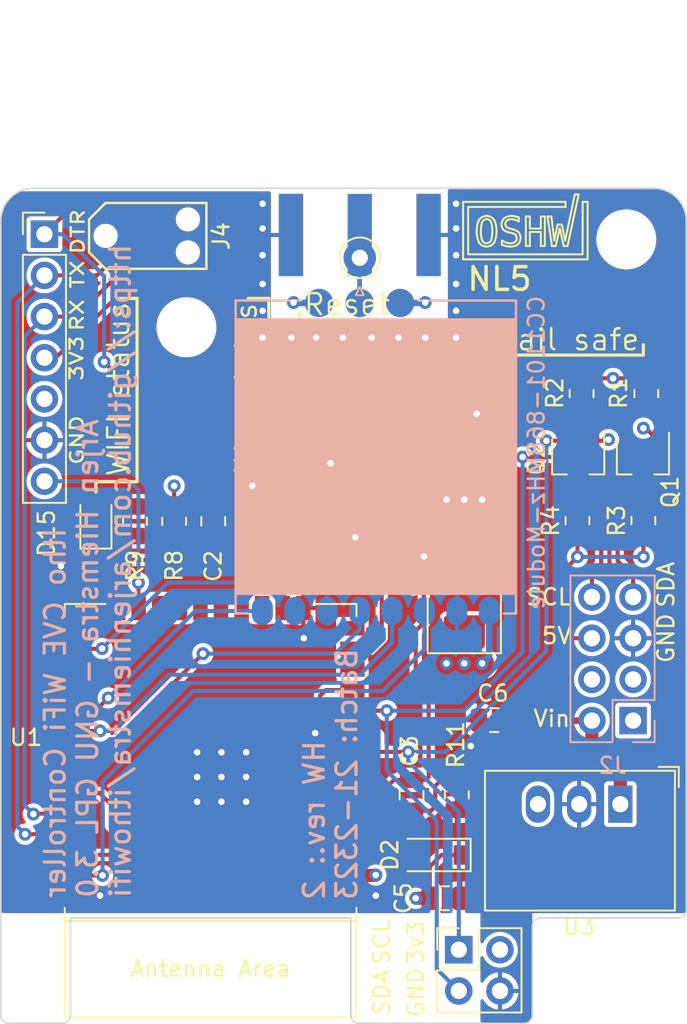
<source format=kicad_pcb>
(kicad_pcb (version 20221018) (generator pcbnew)
  (layers (0 "F.Cu" signal) (1 "In1.Cu" power "3V3") (2 "In2.Cu" power "GND") (31 "B.Cu" signal) (34 "B.Paste" user) (35 "F.Paste" user) (36 "B.SilkS" user "B.Silkscreen") (37 "F.SilkS" user "F.Silkscreen") (38 "B.Mask" user) (39 "F.Mask" user) (44 "Edge.Cuts" user))
  (net 0 "")
  (net 1 "GND")
  (net 2 "+5V")
  (net 3 "+3V3")
  (net 4 "SDA")
  (net 5 "SCL")
  (net 6 "D0")
  (net 7 "D23_MOSI")
  (net 8 "D19_MISO")
  (net 9 "D18_SCK")
  (net 10 "D5_SS")
  (net 11 "D4_IRQ")
  (net 12 "Net-(D2-A)")
  (net 13 "D0{slash}RX0")
  (net 14 "D1{slash}TX0")
  (net 15 "Net-(U1-IO14)")
  (net 19 "SDA_L")
  (net 20 "SCL_L")
  (net 22 "+15V")
  (net 24 "Net-(C3-Pad1)")
  (net 26 "D15")
  (net 27 "D13")
  (net 28 "D17")
  (net 40 "Net-(J3-In)")
  (net 41 "Net-(LED1-A)")
  (net 42 "Net-(LED2-A)")
  (footprint "Package_TO_SOT_SMD:SOT-23W" (layer "F.Cu") (at 118.6586 121.539 -90)
    (fp_text reference "Q2")
    (fp_text value "BSS138")
  )
  (footprint "Resistor_SMD:R_0805_2012Metric" (layer "F.Cu") (at 118.872 117.6244 -90)
    (fp_text reference "R2")
    (fp_text value "R10K" hide)
  )
  (footprint "Connector_PinHeader_2.54mm:PinHeader_1x07_P2.54mm_Vertical" (layer "F.Cu") (at 85.725 107.7976)
    (fp_text reference "J1" hide)
    (fp_text value "CONN_01X07" hide)
  )
  (footprint "nrg_watch:ESP32-WROOM-32E" (layer "F.Cu") (at 95.9776 141.6036 180)
    (fp_text reference "U1")
    (fp_text value "ESP32-WROOM")
  )
  (footprint "Resistor_SMD:R_0805_2012Metric" (layer "F.Cu") (at 91.313 125.5014 -90)
    (fp_text reference "R9")
    (fp_text value "R100" hide)
  )
  (footprint "Resistor_SMD:R_0805_2012Metric" (layer "F.Cu") (at 106.536 125.51 -90)
    (fp_text reference "R10")
    (fp_text value "R10K" hide)
  )
  (footprint "Resistor_SMD:R_0805_2012Metric" (layer "F.Cu") (at 118.618 125.461 -90)
    (fp_text reference "R4")
    (fp_text value "R10K" hide)
  )
  (footprint "MountingHole:MountingHole_2.5mm" (layer "F.Cu") (at 94.488 113.538)
    (fp_text reference "H2" hide)
    (fp_text value "MountingHole" hide)
  )
  (footprint "LED_SMD:LED_0805_2012Metric" (layer "F.Cu") (at 88.9 125.5014 90)
    (fp_text reference "LED1" hide)
    (fp_text value "WIFI status")
  )
  (footprint "Connector_PinHeader_2.54mm:PinHeader_2x02_P2.54mm_Vertical" (layer "F.Cu") (at 111.292 151.928)
    (fp_text reference "J5" hide)
    (fp_text value "Conn_02x02_Odd_Even" hide)
  )
  (footprint "nrg_watch:TC2020-MCP-NL" (layer "F.Cu") (at 92.036 107.9014 90)
    (fp_text reference "J4")
    (fp_text value "TC2030-MCP-NL" hide)
  )
  (footprint "nrg_watch:TS-1187" (layer "F.Cu") (at 110.5404 118.872 -90)
    (fp_text reference "SW1" hide)
    (fp_text value "Fail safe")
  )
  (footprint "Capacitor_SMD:C_0805_2012Metric" (layer "F.Cu") (at 113.482 137.768 180)
    (fp_text reference "C6")
    (fp_text value "10uF" hide)
  )
  (footprint "Package_TO_SOT_SMD:SOT-23W" (layer "F.Cu") (at 122.6566 121.539 -90)
    (fp_text reference "Q1")
    (fp_text value "BSS138")
  )
  (footprint "Resistor_SMD:R_0805_2012Metric" (layer "F.Cu") (at 122.8598 117.6244 90)
    (fp_text reference "R1")
    (fp_text value "R10K" hide)
  )
  (footprint "Resistor_SMD:R_0805_2012Metric" (layer "F.Cu") (at 122.682 125.461 -90)
    (fp_text reference "R3")
    (fp_text value "R10K" hide)
  )
  (footprint "Capacitor_SMD:C_0805_2012Metric" (layer "F.Cu") (at 96.139 125.5014 90)
    (fp_text reference "C2")
    (fp_text value "1uF" hide)
  )
  (footprint "Resistor_SMD:R_0805_2012Metric" (layer "F.Cu") (at 98.552 125.5155 90)
    (fp_text reference "R7")
    (fp_text value "R10K" hide)
  )
  (footprint "Capacitor_Tantalum_SMD:CP_EIA-7343-31_Kemet-D" (layer "F.Cu") (at 111.632 129.2305 90)
    (fp_text reference "C4")
    (fp_text value "470uF")
  )
  (footprint "Capacitor_SMD:C_0805_2012Metric" (layer "F.Cu") (at 110.4369 148.751)
    (fp_text reference "C5")
    (fp_text value "0.1uF" hide)
  )
  (footprint "Capacitor_SMD:C_0805_2012Metric" (layer "F.Cu") (at 108.3775 142.401 90)
    (fp_text reference "C3")
    (fp_text value "10uF" hide)
  )
  (footprint "Diode_SMD:D_SOD-123" (layer "F.Cu") (at 109.7755 146.084 180)
    (fp_text reference "D2")
    (fp_text value "D_Schottky" hide)
  )
  (footprint "Resistor_SMD:R_0805_2012Metric" (layer "F.Cu") (at 111.1715 142.3775 90)
    (fp_text reference "R11")
    (fp_text value "R1K" hide)
  )
  (footprint "Connector_Pin:Pin_D1.0mm_L10.0mm" (layer "F.Cu") (at 105.18218 109.25146)
    (fp_text reference "H1" hide)
    (fp_text value "MountingHole_Pad" hide)
  )
  (footprint "Resistor_SMD:R_0805_2012Metric" (layer "F.Cu") (at 93.726 125.5014 90)
    (fp_text reference "R8")
    (fp_text value "R10K" hide)
  )
  (footprint "Resistor_SMD:R_0805_2012Metric" (layer "F.Cu") (at 103.378 125.5155 90)
    (fp_text reference "R5")
    (fp_text value "R100")
  )
  (footprint "LED_SMD:LED_0805_2012Metric" (layer "F.Cu") (at 100.965 125.5155 90)
    (fp_text reference "LED2" hide)
    (fp_text value "itho status")
  )
  (footprint "nrg_watch:TS-1187" (layer "F.Cu") (at 104.14 118.872 90)
    (fp_text reference "SW2" hide)
    (fp_text value "Reset")
  )
  (footprint "MountingHole:MountingHole_2.5mm" (layer "F.Cu") (at 121.63 108.12)
    (fp_text reference "H3" hide)
    (fp_text value "MountingHole" hide)
  )
  (footprint "Converter_DCDC:Converter_DCDC_RECOM_R-78E-0.5_THT" (layer "F.Cu") (at 121.2596 142.9512 180)
    (fp_text reference "U3")
    (fp_text value "R-78E3.3-0.5")
  )
  (footprint "Connector_PinSocket_2.54mm:PinSocket_2x04_P2.54mm_Vertical" (layer "B.Cu") (at 122.047 137.795)
    (fp_text reference "J2")
    (fp_text value "conn")
  )
  (footprint "Connector_Coaxial:SMA_Amphenol_132289_EdgeMount" (layer "B.Cu") (at 105.1814 107.8484 90)
    (fp_text reference "J3" hide)
    (fp_text value "Conn_Coaxial")
  )
  (footprint "nrg_watch:CC1101-868MHz-Module" (layer "B.Cu") (at 106.172 121.539 90)
    (fp_text reference "U2" hide)
    (fp_text value "CC1101-868MHz-Module")
  )
  (gr_poly (pts (xy 114.808 129.9972) (xy 97.5614 129.9972) (xy 97.536 113.03) (xy 114.808 113.03)) (stroke (width 0.1)) (fill solid) (layer "B.SilkS"))
  (gr_line (start 99.568 111.76) (end 99.568 122.936) (stroke (width 0.2)) (layer "F.SilkS"))
  (gr_line (start 99.568 111.76) (end 98.298 111.76) (stroke (width 0.2)) (layer "F.SilkS"))
  (gr_line (start 99.568 122.936) (end 100.965 122.936) (stroke (width 0.2)) (layer "F.SilkS"))
  (gr_line (start 100.965 123.571) (end 100.965 122.936) (stroke (width 0.2)) (layer "F.SilkS"))
  (gr_line (start 113.665 122.936) (end 112.649 122.936) (stroke (width 0.2)) (layer "F.SilkS"))
  (gr_line (start 113.665 122.936) (end 113.665 115.2525) (stroke (width 0.2)) (layer "F.SilkS"))
  (gr_line (start 122.682 115.2525) (end 122.682 114.6175) (stroke (width 0.2)) (layer "F.SilkS"))
  (gr_line (start 113.665 115.2525) (end 122.682 115.2525) (stroke (width 0.2)) (layer "F.SilkS"))
  (gr_line (start 106.045 122.936) (end 107.188 122.936) (stroke (width 0.2)) (layer "F.SilkS"))
  (gr_line (start 101.473 113.284) (end 101.473 112.649) (stroke (width 0.2)) (layer "F.SilkS"))
  (gr_line (start 101.473 113.284) (end 107.188 113.284) (stroke (width 0.2)) (layer "F.SilkS"))
  (gr_line (start 107.188 122.936) (end 107.188 113.284) (stroke (width 0.2)) (layer "F.SilkS"))
  (gr_line (start 88.9 123.063) (end 91.44 123.063) (stroke (width 0.2)) (layer "F.SilkS"))
  (gr_line (start 116.768896 106.703121) (end 116.768896 106.703121) (stroke (width 0.125)) (layer "F.SilkS"))
  (gr_line (start 117.040946 108.52577) (end 116.768896 106.703121) (stroke (width 0.125)) (layer "F.SilkS"))
  (gr_line (start 117.274296 108.52577) (end 117.040946 108.52577) (stroke (width 0.125)) (layer "F.SilkS"))
  (gr_line (start 117.520896 107.44287) (end 117.274296 108.52577) (stroke (width 0.125)) (layer "F.SilkS"))
  (gr_line (start 117.768496 108.52577) (end 117.520896 107.44287) (stroke (width 0.125)) (layer "F.SilkS"))
  (gr_line (start 118.001795 108.52577) (end 117.768496 108.52577) (stroke (width 0.125)) (layer "F.SilkS"))
  (gr_line (start 118.690546 105.34897) (end 118.001795 108.52577) (stroke (width 0.125)) (layer "F.SilkS"))
  (gr_line (start 118.450196 105.34897) (end 118.690546 105.34897) (stroke (width 0.125)) (layer "F.SilkS"))
  (gr_line (start 117.858846 108.18507) (end 118.450196 105.34897) (stroke (width 0.125)) (layer "F.SilkS"))
  (gr_line (start 117.648846 107.20362) (end 117.858846 108.18507) (stroke (width 0.125)) (layer "F.SilkS"))
  (gr_line (start 117.391446 107.20362) (end 117.648846 107.20362) (stroke (width 0.125)) (layer "F.SilkS"))
  (gr_line (start 117.183946 108.18262) (end 117.391446 107.20362) (stroke (width 0.125)) (layer "F.SilkS"))
  (gr_line (start 117.009246 106.703121) (end 117.183946 108.18262) (stroke (width 0.125)) (layer "F.SilkS"))
  (gr_line (start 116.768896 106.703121) (end 117.009246 106.703121) (stroke (width 0.125)) (layer "F.SilkS"))
  (gr_line (start 115.431795 106.703121) (end 115.431795 106.703121) (stroke (width 0.125)) (layer "F.SilkS"))
  (gr_line (start 115.431795 108.52577) (end 115.431795 106.703121) (stroke (width 0.125)) (layer "F.SilkS"))
  (gr_line (start 115.679746 108.52577) (end 115.431795 108.52577) (stroke (width 0.125)) (layer "F.SilkS"))
  (gr_line (start 115.679746 107.65772) (end 115.679746 108.52577) (stroke (width 0.125)) (layer "F.SilkS"))
  (gr_line (start 116.354646 107.65772) (end 115.679746 107.65772) (stroke (width 0.125)) (layer "F.SilkS"))
  (gr_line (start 116.354646 108.52577) (end 116.354646 107.65772) (stroke (width 0.125)) (layer "F.SilkS"))
  (gr_line (start 116.602596 108.52577) (end 116.354646 108.52577) (stroke (width 0.125)) (layer "F.SilkS"))
  (gr_line (start 116.602596 106.703121) (end 116.602596 108.52577) (stroke (width 0.125)) (layer "F.SilkS"))
  (gr_line (start 116.354646 106.703121) (end 116.602596 106.703121) (stroke (width 0.125)) (layer "F.SilkS"))
  (gr_line (start 116.354646 107.45022) (end 116.354646 106.703121) (stroke (width 0.125)) (layer "F.SilkS"))
  (gr_line (start 115.679746 107.45022) (end 116.354646 107.45022) (stroke (width 0.125)) (layer "F.SilkS"))
  (gr_line (start 115.679746 106.703121) (end 115.679746 107.45022) (stroke (width 0.125)) (layer "F.SilkS"))
  (gr_line (start 115.431795 106.703121) (end 115.679746 106.703121) (stroke (width 0.125)) (layer "F.SilkS"))
  (gr_line (start 114.996431 106.76582) (end 114.996431 106.76552) (stroke (width 0.125)) (layer "F.SilkS"))
  (gr_line (start 114.975001 106.75767) (end 114.996431 106.76582) (stroke (width 0.125)) (layer "F.SilkS"))
  (gr_line (start 114.771546 106.69882) (end 114.975001 106.75767) (stroke (width 0.125)) (layer "F.SilkS"))
  (gr_line (start 114.752281 106.69502) (end 114.771546 106.69882) (stroke (width 0.125)) (layer "F.SilkS"))
  (gr_line (start 114.732756 106.690921) (end 114.752281 106.69502) (stroke (width 0.125)) (layer "F.SilkS"))
  (gr_line (start 114.586541 106.67057) (end 114.732756 106.690921) (stroke (width 0.125)) (layer "F.SilkS"))
  (gr_line (start 114.531476 106.67057) (end 114.586541 106.67057) (stroke (width 0.125)) (layer "F.SilkS"))
  (gr_line (start 114.469896 106.67057) (end 114.531476 106.67057) (stroke (width 0.125)) (layer "F.SilkS"))
  (gr_line (start 114.285976 106.70722) (end 114.469896 106.67057) (stroke (width 0.125)) (layer "F.SilkS"))
  (gr_line (start 114.121861 106.79347) (end 114.285976 106.70722) (stroke (width 0.125)) (layer "F.SilkS"))
  (gr_line (start 114.094466 106.81817) (end 114.121861 106.79347) (stroke (width 0.125)) (layer "F.SilkS"))
  (gr_line (start 114.067066 106.84257) (end 114.094466 106.81817) (stroke (width 0.125)) (layer "F.SilkS"))
  (gr_line (start 113.97158 106.98907) (end 114.067066 106.84257) (stroke (width 0.125)) (layer "F.SilkS"))
  (gr_line (start 113.930885 107.15372) (end 113.97158 106.98907) (stroke (width 0.125)) (layer "F.SilkS"))
  (gr_line (start 113.930885 107.20877) (end 113.930885 107.15372) (stroke (width 0.125)) (layer "F.SilkS"))
  (gr_line (start 113.930885 107.25247) (end 113.930885 107.20877) (stroke (width 0.125)) (layer "F.SilkS"))
  (gr_line (start 113.959376 107.38402) (end 113.930885 107.25247) (stroke (width 0.125)) (layer "F.SilkS"))
  (gr_line (start 114.026376 107.50067) (end 113.959376 107.38402) (stroke (width 0.125)) (layer "F.SilkS"))
  (gr_line (start 114.045636 107.52022) (end 114.026376 107.50067) (stroke (width 0.125)) (layer "F.SilkS"))
  (gr_line (start 114.064626 107.53947) (end 114.045636 107.52022) (stroke (width 0.125)) (layer "F.SilkS"))
  (gr_line (start 114.195101 107.62137) (end 114.064626 107.53947) (stroke (width 0.125)) (layer "F.SilkS"))
  (gr_line (start 114.371971 107.68377) (end 114.195101 107.62137) (stroke (width 0.125)) (layer "F.SilkS"))
  (gr_line (start 114.414291 107.69327) (end 114.371971 107.68377) (stroke (width 0.125)) (layer "F.SilkS"))
  (gr_line (start 114.545851 107.72392) (end 114.414291 107.69327) (stroke (width 0.125)) (layer "F.SilkS"))
  (gr_line (start 114.575151 107.73042) (end 114.545851 107.72392) (stroke (width 0.125)) (layer "F.SilkS"))
  (gr_line (start 114.696136 107.771121) (end 114.575151 107.73042) (stroke (width 0.125)) (layer "F.SilkS"))
  (gr_line (start 114.781851 107.82267) (end 114.696136 107.771121) (stroke (width 0.125)) (layer "F.SilkS"))
  (gr_line (start 114.793791 107.83487) (end 114.781851 107.82267) (stroke (width 0.125)) (layer "F.SilkS"))
  (gr_line (start 114.805726 107.84682) (end 114.793791 107.83487) (stroke (width 0.125)) (layer "F.SilkS"))
  (gr_line (start 114.865681 107.99137) (end 114.805726 107.84682) (stroke (width 0.125)) (layer "F.SilkS"))
  (gr_line (start 114.865681 108.04372) (end 114.865681 107.99137) (stroke (width 0.125)) (layer "F.SilkS"))
  (gr_line (start 114.865681 108.07712) (end 114.865681 108.04372) (stroke (width 0.125)) (layer "F.SilkS"))
  (gr_line (start 114.839636 108.17722) (end 114.865681 108.07712) (stroke (width 0.125)) (layer "F.SilkS"))
  (gr_line (start 114.779146 108.26402) (end 114.839636 108.17722) (stroke (width 0.125)) (layer "F.SilkS"))
  (gr_line (start 114.762056 108.27812) (end 114.779146 108.26402) (stroke (width 0.125)) (layer "F.SilkS"))
  (gr_line (start 114.744691 108.29197) (end 114.762056 108.27812) (stroke (width 0.125)) (layer "F.SilkS"))
  (gr_line (start 114.637541 108.34022) (end 114.744691 108.29197) (stroke (width 0.125)) (layer "F.SilkS"))
  (gr_line (start 114.513026 108.36112) (end 114.637541 108.34022) (stroke (width 0.125)) (layer "F.SilkS"))
  (gr_line (start 114.471526 108.36112) (end 114.513026 108.36112) (stroke (width 0.125)) (layer "F.SilkS"))
  (gr_line (start 114.413471 108.36112) (end 114.471526 108.36112) (stroke (width 0.125)) (layer "F.SilkS"))
  (gr_line (start 114.239591 108.32642) (end 114.413471 108.36112) (stroke (width 0.125)) (layer "F.SilkS"))
  (gr_line (start 114.218706 108.31962) (end 114.239591 108.32642) (stroke (width 0.125)) (layer "F.SilkS"))
  (gr_line (start 114.197816 108.312571) (end 114.218706 108.31962) (stroke (width 0.125)) (layer "F.SilkS"))
  (gr_line (start 113.977275 108.203771) (end 114.197816 108.312571) (stroke (width 0.125)) (layer "F.SilkS"))
  (gr_line (start 113.953951 108.18912) (end 113.977275 108.203771) (stroke (width 0.125)) (layer "F.SilkS"))
  (gr_line (start 113.953951 108.45147) (end 113.953951 108.18912) (stroke (width 0.125)) (layer "F.SilkS"))
  (gr_line (start 113.975651 108.46042) (end 113.953951 108.45147) (stroke (width 0.125)) (layer "F.SilkS"))
  (gr_line (start 114.192116 108.52877) (end 113.975651 108.46042) (stroke (width 0.125)) (layer "F.SilkS"))
  (gr_line (start 114.213816 108.53337) (end 114.192116 108.52877) (stroke (width 0.125)) (layer "F.SilkS"))
  (gr_line (start 114.235251 108.53797) (end 114.213816 108.53337) (stroke (width 0.125)) (layer "F.SilkS"))
  (gr_line (start 114.406966 108.56132) (end 114.235251 108.53797) (stroke (width 0.125)) (layer "F.SilkS"))
  (gr_line (start 114.471526 108.56132) (end 114.406966 108.56132) (stroke (width 0.125)) (layer "F.SilkS"))
  (gr_line (start 114.539066 108.56132) (end 114.471526 108.56132) (stroke (width 0.125)) (layer "F.SilkS"))
  (gr_line (start 114.742521 108.527121) (end 114.539066 108.56132) (stroke (width 0.125)) (layer "F.SilkS"))
  (gr_line (start 114.913421 108.44737) (end 114.742521 108.527121) (stroke (width 0.125)) (layer "F.SilkS"))
  (gr_line (start 114.940276 108.42462) (end 114.913421 108.44737) (stroke (width 0.125)) (layer "F.SilkS"))
  (gr_line (start 114.967131 108.40182) (end 114.940276 108.42462) (stroke (width 0.125)) (layer "F.SilkS"))
  (gr_line (start 115.060991 108.25697) (end 114.967131 108.40182) (stroke (width 0.125)) (layer "F.SilkS"))
  (gr_line (start 115.101411 108.08522) (end 115.060991 108.25697) (stroke (width 0.125)) (layer "F.SilkS"))
  (gr_line (start 115.101411 108.02802) (end 115.101411 108.08522) (stroke (width 0.125)) (layer "F.SilkS"))
  (gr_line (start 115.101411 107.978371) (end 115.101411 108.02802) (stroke (width 0.125)) (layer "F.SilkS"))
  (gr_line (start 115.072111 107.83027) (end 115.101411 107.978371) (stroke (width 0.125)) (layer "F.SilkS"))
  (gr_line (start 115.003751 107.70007) (end 115.072111 107.83027) (stroke (width 0.125)) (layer "F.SilkS"))
  (gr_line (start 114.984221 107.67887) (end 115.003751 107.70007) (stroke (width 0.125)) (layer "F.SilkS"))
  (gr_line (start 114.964686 107.65747) (end 114.984221 107.67887) (stroke (width 0.125)) (layer "F.SilkS"))
  (gr_line (start 114.832041 107.56767) (end 114.964686 107.65747) (stroke (width 0.125)) (layer "F.SilkS"))
  (gr_line (start 114.653276 107.50067) (end 114.832041 107.56767) (stroke (width 0.125)) (layer "F.SilkS"))
  (gr_line (start 114.610686 107.49092) (end 114.653276 107.50067) (stroke (width 0.125)) (layer "F.SilkS"))
  (gr_line (start 114.481291 107.46162) (end 114.610686 107.49092) (stroke (width 0.125)) (layer "F.SilkS"))
  (gr_line (start 114.450911 107.45427) (end 114.481291 107.46162) (stroke (width 0.125)) (layer "F.SilkS"))
  (gr_line (start 114.243385 107.36587) (end 114.450911 107.45427) (stroke (width 0.125)) (layer "F.SilkS"))
  (gr_line (start 114.232271 107.35527) (end 114.243385 107.36587) (stroke (width 0.125)) (layer "F.SilkS"))
  (gr_line (start 114.221146 107.34467) (end 114.232271 107.35527) (stroke (width 0.125)) (layer "F.SilkS"))
  (gr_line (start 114.166346 107.21692) (end 114.221146 107.34467) (stroke (width 0.125)) (layer "F.SilkS"))
  (gr_line (start 114.166346 107.17082) (end 114.166346 107.21692) (stroke (width 0.125)) (layer "F.SilkS"))
  (gr_line (start 114.166346 107.13987) (end 114.166346 107.17082) (stroke (width 0.125)) (layer "F.SilkS"))
  (gr_line (start 114.191576 107.04712) (end 114.166346 107.13987) (stroke (width 0.125)) (layer "F.SilkS"))
  (gr_line (start 114.250716 106.96572) (end 114.191576 107.04712) (stroke (width 0.125)) (layer "F.SilkS"))
  (gr_line (start 114.267806 106.952421) (end 114.250716 106.96572) (stroke (width 0.125)) (layer "F.SilkS"))
  (gr_line (start 114.284626 106.93862) (end 114.267806 106.952421) (stroke (width 0.125)) (layer "F.SilkS"))
  (gr_line (start 114.387431 106.89112) (end 114.284626 106.93862) (stroke (width 0.125)) (layer "F.SilkS"))
  (gr_line (start 114.514386 106.87052) (end 114.387431 106.89112) (stroke (width 0.125)) (layer "F.SilkS"))
  (gr_line (start 114.543681 106.87052) (end 114.514386 106.87052) (stroke (width 0.125)) (layer "F.SilkS"))
  (gr_line (start 114.562671 106.87052) (end 114.543681 106.87052) (stroke (width 0.125)) (layer "F.SilkS"))
  (gr_line (start 114.752011 106.90092) (end 114.562671 106.87052) (stroke (width 0.125)) (layer "F.SilkS"))
  (gr_line (start 114.770736 106.90712) (end 114.752011 106.90092) (stroke (width 0.125)) (layer "F.SilkS"))
  (gr_line (start 114.789451 106.91312) (end 114.770736 106.90712) (stroke (width 0.125)) (layer "F.SilkS"))
  (gr_line (start 114.977706 107.00372) (end 114.789451 106.91312) (stroke (width 0.125)) (layer "F.SilkS"))
  (gr_line (start 114.996431 107.01592) (end 114.977706 107.00372) (stroke (width 0.125)) (layer "F.SilkS"))
  (gr_line (start 114.996431 106.76552) (end 114.996431 107.01592) (stroke (width 0.125)) (layer "F.SilkS"))
  (gr_line (start 113.619201 107.616221) (end 113.619201 107.616221) (stroke (width 0.125)) (layer "F.SilkS"))
  (gr_line (start 113.619201 107.51207) (end 113.619201 107.616221) (stroke (width 0.125)) (layer "F.SilkS"))
  (gr_line (start 113.581225 107.19957) (end 113.619201 107.51207) (stroke (width 0.125)) (layer "F.SilkS"))
  (gr_line (start 113.493061 106.94347) (end 113.581225 107.19957) (stroke (width 0.125)) (layer "F.SilkS"))
  (gr_line (start 113.467841 106.90442) (end 113.493061 106.94347) (stroke (width 0.125)) (layer "F.SilkS"))
  (gr_line (start 113.442611 106.86537) (end 113.467841 106.90442) (stroke (width 0.125)) (layer "F.SilkS"))
  (gr_line (start 113.277951 106.72862) (end 113.442611 106.86537) (stroke (width 0.125)) (layer "F.SilkS"))
  (gr_line (start 113.076125 106.67002) (end 113.277951 106.72862) (stroke (width 0.125)) (layer "F.SilkS"))
  (gr_line (start 113.008851 106.67002) (end 113.076125 106.67002) (stroke (width 0.125)) (layer "F.SilkS"))
  (gr_line (start 112.941576 106.67002) (end 113.008851 106.67002) (stroke (width 0.125)) (layer "F.SilkS"))
  (gr_line (start 112.740296 106.72862) (end 112.941576 106.67002) (stroke (width 0.125)) (layer "F.SilkS"))
  (gr_line (start 112.575096 106.86537) (end 112.740296 106.72862) (stroke (width 0.125)) (layer "F.SilkS"))
  (gr_line (start 112.549866 106.90442) (end 112.575096 106.86537) (stroke (width 0.125)) (layer "F.SilkS"))
  (gr_line (start 112.524636 106.94347) (end 112.549866 106.90442) (stroke (width 0.125)) (layer "F.SilkS"))
  (gr_line (start 112.437021 107.19957) (end 112.524636 106.94347) (stroke (width 0.125)) (layer "F.SilkS"))
  (gr_line (start 112.399581 107.51207) (end 112.437021 107.19957) (stroke (width 0.125)) (layer "F.SilkS"))
  (gr_line (start 112.399581 107.616221) (end 112.399581 107.51207) (stroke (width 0.125)) (layer "F.SilkS"))
  (gr_line (start 112.399581 107.72037) (end 112.399581 107.616221) (stroke (width 0.125)) (layer "F.SilkS"))
  (gr_line (start 112.437021 108.03317) (end 112.399581 107.72037) (stroke (width 0.125)) (layer "F.SilkS"))
  (gr_line (start 112.524636 108.288671) (end 112.437021 108.03317) (stroke (width 0.125)) (layer "F.SilkS"))
  (gr_line (start 112.549866 108.32777) (end 112.524636 108.288671) (stroke (width 0.125)) (layer "F.SilkS"))
  (gr_line (start 112.574826 108.36657) (end 112.549866 108.32777) (stroke (width 0.125)) (layer "F.SilkS"))
  (gr_line (start 112.739486 108.50247) (end 112.574826 108.36657) (stroke (width 0.125)) (layer "F.SilkS"))
  (gr_line (start 112.941306 108.56107) (end 112.739486 108.50247) (stroke (width 0.125)) (layer "F.SilkS"))
  (gr_line (start 113.008851 108.56107) (end 112.941306 108.56107) (stroke (width 0.125)) (layer "F.SilkS"))
  (gr_line (start 113.076125 108.56107) (end 113.008851 108.56107) (stroke (width 0.125)) (layer "F.SilkS"))
  (gr_line (start 113.277951 108.50247) (end 113.076125 108.56107) (stroke (width 0.125)) (layer "F.SilkS"))
  (gr_line (start 113.442611 108.36572) (end 113.277951 108.50247) (stroke (width 0.125)) (layer "F.SilkS"))
  (gr_line (start 113.467841 108.32667) (end 113.442611 108.36572) (stroke (width 0.125)) (layer "F.SilkS"))
  (gr_line (start 113.493061 108.28762) (end 113.467841 108.32667) (stroke (width 0.125)) (layer "F.SilkS"))
  (gr_line (start 113.581225 108.03182) (end 113.493061 108.28762) (stroke (width 0.125)) (layer "F.SilkS"))
  (gr_line (start 113.619201 107.72012) (end 113.581225 108.03182) (stroke (width 0.125)) (layer "F.SilkS"))
  (gr_line (start 113.619201 107.616221) (end 113.619201 107.72012) (stroke (width 0.125)) (layer "F.SilkS"))
  (gr_line (start 113.361501 107.616221) (end 113.361501 107.616221) (stroke (width 0.125)) (layer "F.SilkS"))
  (gr_line (start 113.361501 107.70222) (end 113.361501 107.616221) (stroke (width 0.125)) (layer "F.SilkS"))
  (gr_line (start 113.340611 107.96047) (end 113.361501 107.70222) (stroke (width 0.125)) (layer "F.SilkS"))
  (gr_line (start 113.292326 108.16122) (end 113.340611 107.96047) (stroke (width 0.125)) (layer "F.SilkS"))
  (gr_line (start 113.278491 108.18997) (end 113.292326 108.16122) (stroke (width 0.125)) (layer "F.SilkS"))
  (gr_line (start 113.264656 108.21842) (end 113.278491 108.18997) (stroke (width 0.125)) (layer "F.SilkS"))
  (gr_line (start 113.169986 108.31797) (end 113.264656 108.21842) (stroke (width 0.125)) (layer "F.SilkS"))
  (gr_line (start 113.049001 108.360871) (end 113.169986 108.31797) (stroke (width 0.125)) (layer "F.SilkS"))
  (gr_line (start 113.008851 108.360871) (end 113.049001 108.360871) (stroke (width 0.125)) (layer "F.SilkS"))
  (gr_line (start 112.968431 108.360871) (end 113.008851 108.360871) (stroke (width 0.125)) (layer "F.SilkS"))
  (gr_line (start 112.847721 108.31772) (end 112.968431 108.360871) (stroke (width 0.125)) (layer "F.SilkS"))
  (gr_line (start 112.752775 108.21707) (end 112.847721 108.31772) (stroke (width 0.125)) (layer "F.SilkS"))
  (gr_line (start 112.738941 108.18862) (end 112.752775 108.21707) (stroke (width 0.125)) (layer "F.SilkS"))
  (gr_line (start 112.725101 108.15987) (end 112.738941 108.18862) (stroke (width 0.125)) (layer "F.SilkS"))
  (gr_line (start 112.677631 107.95937) (end 112.725101 108.15987) (stroke (width 0.125)) (layer "F.SilkS"))
  (gr_line (start 112.657291 107.701971) (end 112.677631 107.95937) (stroke (width 0.125)) (layer "F.SilkS"))
  (gr_line (start 112.657291 107.616221) (end 112.657291 107.701971) (stroke (width 0.125)) (layer "F.SilkS"))
  (gr_line (start 112.657291 107.52997) (end 112.657291 107.616221) (stroke (width 0.125)) (layer "F.SilkS"))
  (gr_line (start 112.677631 107.27197) (end 112.657291 107.52997) (stroke (width 0.125)) (layer "F.SilkS"))
  (gr_line (start 112.725101 107.07097) (end 112.677631 107.27197) (stroke (width 0.125)) (layer "F.SilkS"))
  (gr_line (start 112.738941 107.04247) (end 112.725101 107.07097) (stroke (width 0.125)) (layer "F.SilkS"))
  (gr_line (start 112.752775 107.01372) (end 112.738941 107.04247) (stroke (width 0.125)) (layer "F.SilkS"))
  (gr_line (start 112.847721 106.91312) (end 112.752775 107.01372) (stroke (width 0.125)) (layer "F.SilkS"))
  (gr_line (start 111.558386 105.80582) (end 111.558386 109.35071) (stroke (width 0.125)) (layer "F.SilkS"))
  (gr_line (start 119.243946 105.80582) (end 118.937946 105.80582) (stroke (width 0.125)) (layer "F.SilkS"))
  (gr_line (start 119.243946 109.35071) (end 119.243946 105.80582) (stroke (width 0.125)) (layer "F.SilkS"))
  (gr_line (start 112.968431 106.870221) (end 112.847721 106.91312) (stroke (width 0.125)) (layer "F.SilkS"))
  (gr_line (start 113.008851 106.870221) (end 112.968431 106.870221) (stroke (width 0.125)) (layer "F.SilkS"))
  (gr_line (start 113.049001 106.870221) (end 113.008851 106.870221) (stroke (width 0.125)) (layer "F.SilkS"))
  (gr_line (start 113.169986 106.91312) (end 113.049001 106.870221) (stroke (width 0.125)) (layer "F.SilkS"))
  (gr_line (start 113.264656 107.01372) (end 113.169986 106.91312) (stroke (width 0.125)) (layer "F.SilkS"))
  (gr_line (start 113.278491 107.04247) (end 113.264656 107.01372) (stroke (width 0.125)) (layer "F.SilkS"))
  (gr_line (start 111.870886 106.11832) (end 117.878096 106.11832) (stroke (width 0.125)) (layer "F.SilkS"))
  (gr_line (start 111.870886 109.03821) (end 111.870886 106.11832) (stroke (width 0.125)) (layer "F.SilkS"))
  (gr_line (start 111.558386 109.35071) (end 119.243946 109.35071) (stroke (width 0.125)) (layer "F.SilkS"))
  (gr_line (start 118.931446 109.03821) (end 111.870886 109.03821) (stroke (width 0.125)) (layer "F.SilkS"))
  (gr_line (start 118.937946 105.80582) (end 118.931446 109.03821) (stroke (width 0.125)) (layer "F.SilkS"))
  (gr_line (start 117.878096 105.80582) (end 111.558386 105.80582) (stroke (width 0.125)) (layer "F.SilkS"))
  (gr_line (start 117.878096 106.11832) (end 117.878096 105.80582) (stroke (width 0.125)) (layer "F.SilkS"))
  (gr_line (start 113.292326 107.07097) (end 113.278491 107.04247) (stroke (width 0.125)) (layer "F.SilkS"))
  (gr_line (start 113.340611 107.27197) (end 113.292326 107.07097) (stroke (width 0.125)) (layer "F.SilkS"))
  (gr_line (start 113.361501 107.52997) (end 113.340611 107.27197) (stroke (width 0.125)) (layer "F.SilkS"))
  (gr_line (start 113.361501 107.616221) (end 113.361501 107.52997) (stroke (width 0.125)) (layer "F.SilkS"))
  (gr_line (start 111.558386 105.80582) (end 111.558386 105.80582) (stroke (width 0.125)) (layer "F.SilkS"))
  (gr_line (start 90.3605 111.76) (end 91.44 111.76) (stroke (width 0.2)) (layer "F.SilkS"))
  (gr_line (start 88.9 123.698) (end 88.9 123.063) (stroke (width 0.2)) (layer "F.SilkS"))
  (gr_line (start 91.44 111.76) (end 91.44 123.063) (stroke (width 0.2)) (layer "F.SilkS"))
  (gr_arc (start 83.532 156.468) (mid 83.178447 156.321553) (end 83.032 155.968) (stroke (width 0.1)) (layer "Edge.Cuts"))
  (gr_arc (start 123.332 104.968) (mid 124.746214 105.553786) (end 125.332 106.968) (stroke (width 0.1)) (layer "Edge.Cuts"))
  (gr_line (start 123.332 104.968) (end 85.032 104.968) (stroke (width 0.1)) (layer "Edge.Cuts"))
  (gr_arc (start 125.332 149.468) (mid 125.185553 149.821553) (end 124.832 149.968) (stroke (width 0.1)) (layer "Edge.Cuts"))
  (gr_line (start 86.832 156.468) (end 83.532 156.468) (stroke (width 0.1)) (layer "Edge.Cuts"))
  (gr_line (start 115.332 156.468) (end 105.132 156.468) (stroke (width 0.1)) (layer "Edge.Cuts"))
  (gr_arc (start 105.132 156.468) (mid 104.778447 156.321553) (end 104.632 155.968) (stroke (width 0.1)) (layer "Edge.Cuts"))
  (gr_arc (start 115.832 155.968) (mid 115.685553 156.321553) (end 115.332 156.468) (stroke (width 0.1)) (layer "Edge.Cuts"))
  (gr_line (start 115.832 155.968) (end 115.832 150.468) (stroke (width 0.1)) (layer "Edge.Cuts"))
  (gr_line (start 104.632 149.968) (end 87.332 149.968) (stroke (width 0.1)) (layer "Edge.Cuts"))
  (gr_arc (start 115.832 150.468) (mid 115.978447 150.114447) (end 116.332 149.968) (stroke (width 0.1)) (layer "Edge.Cuts"))
  (gr_line (start 87.332 149.968) (end 87.332 155.968) (stroke (width 0.1)) (layer "Edge.Cuts"))
  (gr_line (start 104.632 155.968) (end 104.632 149.968) (stroke (width 0.1)) (layer "Edge.Cuts"))
  (gr_arc (start 87.332 155.968) (mid 87.185553 156.321553) (end 86.832 156.468) (stroke (width 0.1)) (layer "Edge.Cuts"))
  (gr_line (start 83.032 155.968) (end 83.032 106.968) (stroke (width 0.1)) (layer "Edge.Cuts"))
  (gr_arc (start 83.032 106.968) (mid 83.617786 105.553786) (end 85.032 104.968) (stroke (width 0.1)) (layer "Edge.Cuts"))
  (gr_line (start 125.332 106.968) (end 125.332 149.468) (stroke (width 0.1)) (layer "Edge.Cuts"))
  (gr_line (start 124.832 149.968) (end 116.332 149.968) (stroke (width 0.1)) (layer "Edge.Cuts"))
  (gr_text "Itho CVE WiFi Controller\nArjen Hiemstra - GNU GPL 3.0\nhttps://github.com/arjenhiemstra/ithowifi" (at 88.392 148.844 90) (layer "B.SilkS") (effects (font (size 1.246 1.246) (thickness 0.2)) (justify right mirror)))
  (gr_text "HW rev.: 2\nBatch: 21-2323" (at 103.378 148.971 90) (layer "B.SilkS") (effects (font (size 1.246 1.246) (thickness 0.2)) (justify right mirror)))
  (gr_text "SCL" (at 116.84 130.175) (layer "F.SilkS") (effects (font (size 1 1))))
  (gr_text "TX" (at 87.757 110.2868 90) (layer "F.SilkS") (effects (font (size 0.8 1))))
  (gr_text "3V3\n" (at 87.7062 115.443 90) (layer "F.SilkS") (effects (font (size 0.8 1))))
  (gr_text "GND" (at 87.7316 120.4976 90) (layer "F.SilkS") (effects (font (size 0.8 1))))
  (gr_text "RX" (at 87.7316 112.8014 90) (layer "F.SilkS") (effects (font (size 0.8 1))))
  (gr_text "SCL" (at 106.532 151.468 90) (layer "F.SilkS") (effects (font (size 1 1))))
  (gr_text "SDA\n" (at 106.532 154.568 90) (layer "F.SilkS") (effects (font (size 1 1))))
  (gr_text "GND" (at 108.632 154.568 90) (layer "F.SilkS") (effects (font (size 1 1))))
  (gr_text "3v3" (at 108.632 151.468 90) (layer "F.SilkS") (effects (font (size 1 1))))
  (gr_text "5V" (at 117.332 132.568) (layer "F.SilkS") (effects (font (size 1 1))))
  (gr_text "D15" (at 85.852 126.238 90) (layer "F.SilkS") (effects (font (size 1 1))))
  (gr_text "NL5" (at 111.6965 111.379) (layer "F.SilkS") (effects (font (size 1.4 1.4) (thickness 0.219726)) (justify left bottom)))
  (gr_text "Vin" (at 117.032 137.668) (layer "F.SilkS") (effects (font (size 1 1))))
  (gr_text "GND" (at 124.079 132.715 90) (layer "F.SilkS") (effects (font (size 1 1))))
  (gr_text "SDA\n" (at 124.079 129.413 90) (layer "F.SilkS") (effects (font (size 1 1))))
  (gr_text "DTR" (at 87.7824 107.6452 90) (layer "F.SilkS") (effects (font (size 0.8 1))))
  (segment (start 99.5934 107.8484) (end 99.187 107.442) (width 0.25) (layer "F.Cu") (net 1))
  (segment (start 100.9314 107.8484) (end 99.5934 107.8484) (width 0.25) (layer "F.Cu") (net 1))
  (segment (start 111.632 124.168) (end 111.632 126.118) (width 1.016) (layer "F.Cu") (net 1))
  (segment (start 112.732 124.168) (end 110.532 124.168) (width 1.4732) (layer "F.Cu") (net 1))
  (segment (start 110.7186 107.8484) (end 111.125 107.442) (width 0.25) (layer "F.Cu") (net 1))
  (segment (start 109.4314 107.8484) (end 110.7186 107.8484) (width 0.25) (layer "F.Cu") (net 1))
  (via (at 109.22 112.014) (size 0.8) (drill 0.4) (layers "F.Cu" "B.Cu") (net 1))
  (via (at 99.187 107.442) (size 0.8) (drill 0.4) (layers "F.Cu" "B.Cu") (net 1))
  (via (at 99.187 105.918) (size 0.8) (drill 0.4) (layers "F.Cu" "B.Cu") (net 1))
  (via (at 101.092 112.014) (size 0.8) (drill 0.4) (layers "F.Cu" "B.Cu") (net 1))
  (via (at 99.187 110.871) (size 0.8) (drill 0.4) (layers "F.Cu" "B.Cu") (net 1))
  (via (at 99.187 112.522) (size 0.8) (drill 0.4) (layers "F.Cu" "B.Cu") (net 1))
  (via (at 99.187 109.093) (size 0.8) (drill 0.4) (layers "F.Cu" "B.Cu") (net 1))
  (via (at 111.125 110.871) (size 0.8) (drill 0.4) (layers "F.Cu" "B.Cu") (net 1))
  (via (at 111.125 114.173) (size 0.8) (drill 0.4) (layers "F.Cu" "B.Cu") (net 1))
  (via (at 111.125 112.522) (size 0.8) (drill 0.4) (layers "F.Cu" "B.Cu") (net 1))
  (via (at 105.918 114.173) (size 0.8) (drill 0.4) (layers "F.Cu" "B.Cu") (net 1))
  (via (at 109.22 114.173) (size 0.8) (drill 0.4) (layers "F.Cu" "B.Cu") (net 1))
  (via (at 102.489 114.173) (size 0.8) (drill 0.4) (layers "F.Cu" "B.Cu") (net 1))
  (via (at 104.14 114.173) (size 0.8) (drill 0.4) (layers "F.Cu" "B.Cu") (net 1))
  (via (at 100.965 114.173) (size 0.8) (drill 0.4) (layers "F.Cu" "B.Cu") (net 1))
  (via (at 107.569 114.173) (size 0.8) (drill 0.4) (layers "F.Cu" "B.Cu") (net 1))
  (via (at 99.187 114.173) (size 0.8) (drill 0.4) (layers "F.Cu" "B.Cu") (net 1))
  (via (at 102.432 138.568) (size 0.8) (drill 0.4) (layers "F.Cu" "B.Cu") (net 1))
  (via (at 112.032 139.368) (size 0.8) (drill 0.4) (layers "F.Cu" "B.Cu") (net 1))
  (via (at 111.632 124.168) (size 0.8) (drill 0.4) (layers "F.Cu" "B.Cu") (net 1))
  (via (at 112.732 124.168) (size 0.8) (drill 0.4) (layers "F.Cu" "B.Cu") (net 1))
  (via (at 110.532 124.168) (size 0.8) (drill 0.4) (layers "F.Cu" "B.Cu") (net 1))
  (via (at 86.741 128.27) (size 0.8) (drill 0.4) (layers "F.Cu" "B.Cu") (net 1))
  (via (at 111.125 105.918) (size 0.8) (drill 0.4) (layers "F.Cu" "B.Cu") (net 1))
  (via (at 111.125 107.442) (size 0.8) (drill 0.4) (layers "F.Cu" "B.Cu") (net 1))
  (via (at 111.125 109.093) (size 0.8) (drill 0.4) (layers "F.Cu" "B.Cu") (net 1))
  (via (at 101.727 132.715) (size 0.8) (drill 0.4) (layers "F.Cu" "B.Cu") (net 1))
  (via (at 96.647 139.7508) (size 0.8) (drill 0.4) (layers "F.Cu" "B.Cu") (net 1))
  (via (at 106.172 148.59) (size 0.8) (drill 0.4) (layers "F.Cu" "B.Cu") (net 1))
  (via (at 89.154 148.59) (size 0.8) (drill 0.4) (layers "F.Cu" "B.Cu") (net 1))
  (via (at 96.647 142.7988) (size 0.8) (drill 0.4) (layers "F.Cu" "B.Cu") (net 1))
  (via (at 98.171 142.7988) (size 0.8) (drill 0.4) (layers "F.Cu" "B.Cu") (net 1))
  (via (at 95.1484 142.7988) (size 0.8) (drill 0.4) (layers "F.Cu" "B.Cu") (net 1))
  (via (at 96.647 141.2748) (size 0.8) (drill 0.4) (layers "F.Cu" "B.Cu") (net 1))
  (via (at 95.1484 141.2748) (size 0.8) (drill 0.4) (layers "F.Cu" "B.Cu") (net 1))
  (via (at 95.1484 139.7508) (size 0.8) (drill 0.4) (layers "F.Cu" "B.Cu") (net 1))
  (via (at 98.171 139.7508) (size 0.8) (drill 0.4) (layers "F.Cu" "B.Cu") (net 1))
  (via (at 98.171 141.2748) (size 0.8) (drill 0.4) (layers "F.Cu" "B.Cu") (net 1))
  (segment (start 101.117 112.039) (end 101.092 112.014) (width 0.4064) (layer "B.Cu") (net 1))
  (segment (start 109.4314 107.8484) (end 110.7186 107.8484) (width 0.25) (layer "B.Cu") (net 1))
  (segment (start 100.9314 107.8484) (end 99.5934 107.8484) (width 0.25) (layer "B.Cu") (net 1))
  (segment (start 110.7186 107.8484) (end 111.125 107.442) (width 0.25) (layer "B.Cu") (net 1))
  (segment (start 107.672 112.039) (end 109.195 112.039) (width 0.4064) (layer "B.Cu") (net 1))
  (segment (start 99.5934 107.8484) (end 99.187 107.442) (width 0.25) (layer "B.Cu") (net 1))
  (segment (start 102.672 112.039) (end 101.117 112.039) (width 0.4064) (layer "B.Cu") (net 1))
  (segment (start 109.195 112.039) (end 109.22 112.014) (width 0.4064) (layer "B.Cu") (net 1))
  (segment (start 122.682 126.3985) (end 122.682 127.6985) (width 0.254) (layer "F.Cu") (net 2))
  (segment (start 118.618 127.6985) (end 118.618 126.3985) (width 0.254) (layer "F.Cu") (net 2))
  (segment (start 117.7485 128.568) (end 117.7485 132.1845) (width 0.254) (layer "F.Cu") (net 2))
  (segment (start 118.279 132.715) (end 119.507 132.715) (width 0.254) (layer "F.Cu") (net 2))
  (segment (start 118.618 127.6985) (end 117.7485 128.568) (width 0.254) (layer "F.Cu") (net 2))
  (segment (start 117.7485 132.1845) (end 118.279 132.715) (width 0.254) (layer "F.Cu") (net 2))
  (via (at 122.682 127.6985) (size 0.8) (drill 0.4) (layers "F.Cu" "B.Cu") (net 2))
  (via (at 118.618 127.6985) (size 0.8) (drill 0.4) (layers "F.Cu" "B.Cu") (net 2))
  (segment (start 122.682 127.6985) (end 118.618 127.6985) (width 0.254) (layer "B.Cu") (net 2))
  (segment (start 122.682 119.761) (end 122.8286 119.761) (width 0.254) (layer "F.Cu") (net 3))
  (segment (start 109.4994 148.751) (end 108.6348 148.751) (width 0.8128) (layer "F.Cu") (net 3))
  (segment (start 93.726 124.5639) (end 93.726 123.317) (width 0.254) (layer "F.Cu") (net 3))
  (segment (start 86.4248 115.4176) (end 93.306 108.5364) (width 0.25) (layer "F.Cu") (net 3))
  (segment (start 91.313 124.5639) (end 93.726 124.5639) (width 0.254) (layer "F.Cu") (net 3))
  (segment (start 106.1484 147.3436) (end 106.172 147.32) (width 0.8128) (layer "F.Cu") (net 3))
  (segment (start 111.632 132.343) (end 111.632 134.2436) (width 1.016) (layer "F.Cu") (net 3))
  (segment (start 104.7276 147.3436) (end 106.1484 147.3436) (width 0.8128) (layer "F.Cu") (net 3))
  (segment (start 118.872 116.6869) (end 120.81309 116.6869) (width 0.254) (layer "F.Cu") (net 3))
  (segment (start 111.6076 134.268) (end 110.532 134.268) (width 1.4732) (layer "F.Cu") (net 3))
  (segment (start 104.902 126.492) (end 103.417 126.492) (width 0.254) (layer "F.Cu") (net 3))
  (segment (start 120.461 120.539) (end 120.532 120.468) (width 0.254) (layer "F.Cu") (net 3))
  (segment (start 98.552 124.578) (end 98.552 123.317) (width 0.254) (layer "F.Cu") (net 3))
  (segment (start 112.4154 121.872) (end 112.4154 115.872) (width 0.254) (layer "F.Cu") (net 3))
  (segment (start 111.632 134.268) (end 111.6076 134.268) (width 1.016) (layer "F.Cu") (net 3))
  (segment (start 112.732 134.268) (end 111.6076 134.268) (width 1.4732) (layer "F.Cu") (net 3))
  (segment (start 109.4994 146.8036) (end 109.4994 148.751) (width 0.25) (layer "F.Cu") (net 3))
  (segment (start 110.219 146.084) (end 109.4994 146.8036) (width 0.25) (layer "F.Cu") (net 3))
  (segment (start 119.6086 120.539) (end 120.461 120.539) (width 0.254) (layer "F.Cu") (net 3))
  (segment (start 122.8598 116.6869) (end 120.81309 116.6869) (width 0.254) (layer "F.Cu") (net 3))
  (segment (start 111.632 134.2436) (end 111.6076 134.268) (width 1.016) (layer "F.Cu") (net 3))
  (segment (start 111.4255 146.084) (end 110.219 146.084) (width 0.25) (layer "F.Cu") (net 3))
  (segment (start 122.8286 119.761) (end 123.6066 120.539) (width 0.254) (layer "F.Cu") (net 3))
  (segment (start 85.725 115.4176) (end 86.4248 115.4176) (width 0.25) (layer "F.Cu") (net 3))
  (segment (start 103.417 126.492) (end 103.378 126.453) (width 0.254) (layer "F.Cu") (net 3))
  (via (at 106.172 147.32) (size 0.8) (drill 0.4) (layers "F.Cu" "B.Cu") (net 3))
  (via (at 111.632 134.268) (size 0.8) (drill 0.4) (layers "F.Cu" "B.Cu") (net 3))
  (via (at 112.732 134.268) (size 0.8) (drill 0.4) (layers "F.Cu" "B.Cu") (net 3))
  (via (at 110.532 134.268) (size 0.8) (drill 0.4) (layers "F.Cu" "B.Cu") (net 3))
  (via (at 122.682 119.761) (size 0.8) (drill 0.4) (layers "F.Cu" "B.Cu") (net 3))
  (via (at 108.6315 148.751) (size 0.8) (drill 0.4) (layers "F.Cu" "B.Cu") (net 3))
  (via (at 112.395 118.872) (size 0.8) (drill 0.4) (layers "F.Cu" "B.Cu") (net 3))
  (via (at 98.552 123.317) (size 0.8) (drill 0.4) (layers "F.Cu" "B.Cu") (net 3))
  (via (at 93.726 123.317) (size 0.8) (drill 0.4) (layers "F.Cu" "B.Cu") (net 3))
  (via (at 104.902 126.492) (size 0.8) (drill 0.4) (layers "F.Cu" "B.Cu") (net 3))
  (via (at 120.81309 116.6869) (size 0.8) (drill 0.4) (layers "F.Cu" "B.Cu") (net 3))
  (via (at 120.532 120.468) (size 0.8) (drill 0.4) (layers "F.Cu" "B.Cu") (net 3))
  (segment (start 113.172 131.039) (end 113.172 133.828) (width 0.4064) (layer "B.Cu") (net 3))
  (segment (start 113.172 133.828) (end 112.732 134.268) (width 0.4064) (layer "B.Cu") (net 3))
  (segment (start 122.6566 122.539) (end 122.6566 124.4981) (width 0.254) (layer "F.Cu") (net 4))
  (segment (start 122.6566 124.4981) (end 122.682 124.5235) (width 0.254) (layer "F.Cu") (net 4))
  (segment (start 121.539 124.5235) (end 121.0945 124.968) (width 0.254) (layer "F.Cu") (net 4))
  (segment (start 122.682 124.5235) (end 121.539 124.5235) (width 0.254) (layer "F.Cu") (net 4))
  (segment (start 121.0945 127.9525) (end 122.047 128.905) (width 0.254) (layer "F.Cu") (net 4))
  (segment (start 121.0945 124.968) (end 121.0945 127.9525) (width 0.254) (layer "F.Cu") (net 4))
  (segment (start 122.047 128.905) (end 122.047 130.175) (width 0.254) (layer "F.Cu") (net 4))
  (segment (start 118.6586 122.539) (end 118.6586 124.4829) (width 0.254) (layer "F.Cu") (net 5))
  (segment (start 119.6975 124.5235) (end 120.0785 124.9045) (width 0.254) (layer "F.Cu") (net 5))
  (segment (start 119.507 128.7145) (end 119.507 130.175) (width 0.254) (layer "F.Cu") (net 5))
  (segment (start 120.0785 124.9045) (end 120.0785 128.143) (width 0.254) (layer "F.Cu") (net 5))
  (segment (start 118.618 124.5235) (end 119.6975 124.5235) (width 0.254) (layer "F.Cu") (net 5))
  (segment (start 120.0785 128.143) (end 119.507 128.7145) (width 0.254) (layer "F.Cu") (net 5))
  (segment (start 118.6586 124.4829) (end 118.618 124.5235) (width 0.254) (layer "F.Cu") (net 5))
  (segment (start 93.345 127.889) (end 89.027 127.889) (width 0.254) (layer "F.Cu") (net 6))
  (segment (start 96.139 124.5639) (end 95.2731 124.5639) (width 0.254) (layer "F.Cu") (net 6))
  (segment (start 95.2731 124.5639) (end 94.996 124.841) (width 0.254) (layer "F.Cu") (net 6))
  (segment (start 94.6681 126.4389) (end 93.726 126.4389) (width 0.254) (layer "F.Cu") (net 6))
  (segment (start 93.726 127.508) (end 93.345 127.889) (width 0.254) (layer "F.Cu") (net 6))
  (segment (start 94.996 124.841) (end 94.996 126.111) (width 0.254) (layer "F.Cu") (net 6))
  (segment (start 87.2276 129.6884) (end 87.2276 132.1036) (width 0.254) (layer "F.Cu") (net 6))
  (segment (start 96.139 122.402602) (end 89.407998 115.6716) (width 0.254) (layer "F.Cu") (net 6))
  (segment (start 86.7546 106.768) (end 85.725 107.7976) (width 0.25) (layer "F.Cu") (net 6))
  (segment (start 90.766 107.2664) (end 90.2676 106.768) (width 0.25) (layer "F.Cu") (net 6))
  (segment (start 89.027 127.889) (end 87.2276 129.6884) (width 0.254) (layer "F.Cu") (net 6))
  (segment (start 96.139 124.5639) (end 96.139 122.402602) (width 0.254) (layer "F.Cu") (net 6))
  (segment (start 90.2676 106.768) (end 86.7546 106.768) (width 0.25) (layer "F.Cu") (net 6))
  (segment (start 94.996 126.111) (end 94.6681 126.4389) (width 0.254) (layer "F.Cu") (net 6))
  (segment (start 93.726 126.4389) (end 93.726 127.508) (width 0.254) (layer "F.Cu") (net 6))
  (via (at 89.407998 115.6716) (size 0.8) (drill 0.4) (layers "F.Cu" "B.Cu") (net 6))
  (segment (start 86.829 107.7976) (end 89.407998 110.376598) (width 0.254) (layer "B.Cu") (net 6))
  (segment (start 89.407998 110.376598) (end 89.407998 115.6716) (width 0.254) (layer "B.Cu") (net 6))
  (segment (start 85.725 107.7976) (end 86.829 107.7976) (width 0.254) (layer "B.Cu") (net 6))
  (segment (start 87.2294 147.3454) (end 89.3094 147.3454) (width 0.254) (layer "F.Cu") (net 7))
  (segment (start 87.2276 147.3436) (end 87.2294 147.3454) (width 0.254) (layer "F.Cu") (net 7))
  (via (at 89.3094 147.3454) (size 0.8) (drill 0.4) (layers "F.Cu" "B.Cu") (net 7))
  (segment (start 109.172 131.039) (end 109.172 133.398) (width 0.254) (layer "B.Cu") (net 7))
  (segment (start 94.918 135.968) (end 89.3094 141.5766) (width 0.254) (layer "B.Cu") (net 7))
  (segment (start 106.602 135.968) (end 94.918 135.968) (width 0.254) (layer "B.Cu") (net 7))
  (segment (start 109.172 133.398) (end 106.602 135.968) (width 0.254) (layer "B.Cu") (net 7))
  (segment (start 89.3094 141.5766) (end 89.3094 147.3454) (width 0.254) (layer "B.Cu") (net 7))
  (segment (start 89.4466 139.7254) (end 95.504 133.668) (width 0.254) (layer "F.Cu") (net 8))
  (segment (start 87.4776 139.7254) (end 89.4466 139.7254) (width 0.254) (layer "F.Cu") (net 8))
  (via (at 95.504 133.668) (size 0.8) (drill 0.4) (layers "F.Cu" "B.Cu") (net 8))
  (segment (start 105.172 132.168) (end 103.672 133.668) (width 0.254) (layer "B.Cu") (net 8))
  (segment (start 105.172 131.039) (end 105.172 132.168) (width 0.254) (layer "B.Cu") (net 8))
  (segment (start 103.672 133.668) (end 95.504 133.668) (width 0.254) (layer "B.Cu") (net 8))
  (segment (start 89.154 138.43) (end 87.2512 138.43) (width 0.254) (layer "F.Cu") (net 9))
  (segment (start 87.2512 138.43) (end 87.2276 138.4536) (width 0.254) (layer "F.Cu") (net 9))
  (via (at 89.154 138.43) (size 0.8) (drill 0.4) (layers "F.Cu" "B.Cu") (net 9))
  (segment (start 107.172 131.039) (end 107.172 132.985) (width 0.254) (layer "B.Cu") (net 9))
  (segment (start 93.378 134.968) (end 89.916 138.43) (width 0.254) (layer "B.Cu") (net 9))
  (segment (start 107.172 132.985) (end 105.189 134.968) (width 0.254) (layer "B.Cu") (net 9))
  (segment (start 105.189 134.968) (end 93.378 134.968) (width 0.254) (layer "B.Cu") (net 9))
  (segment (start 89.916 138.43) (end 89.154 138.43) (width 0.254) (layer "B.Cu") (net 9))
  (segment (start 87.2276 137.1836) (end 88.876398 137.1836) (width 0.254) (layer "F.Cu") (net 10))
  (segment (start 88.876398 137.1836) (end 89.662 136.397998) (width 0.254) (layer "F.Cu") (net 10))
  (via (at 89.662 136.397998) (size 0.8) (drill 0.4) (layers "F.Cu" "B.Cu") (net 10))
  (segment (start 99.172 131.039) (end 95.020998 131.039) (width 0.254) (layer "B.Cu") (net 10))
  (segment (start 95.020998 131.039) (end 89.662 136.397998) (width 0.254) (layer "B.Cu") (net 10))
  (segment (start 89.2574 133.3736) (end 89.281 133.35) (width 0.254) (layer "F.Cu") (net 11))
  (segment (start 87.2276 133.3736) (end 89.2574 133.3736) (width 0.254) (layer "F.Cu") (net 11))
  (via (at 89.281 133.35) (size 0.8) (drill 0.4) (layers "F.Cu" "B.Cu") (net 11))
  (segment (start 103.172 131.039) (end 103.172 129.9325) (width 0.254) (layer "B.Cu") (net 11))
  (segment (start 102.5255 129.286) (end 93.345 129.286) (width 0.254) (layer "B.Cu") (net 11))
  (segment (start 103.172 129.9325) (end 102.5255 129.286) (width 0.254) (layer "B.Cu") (net 11))
  (segment (start 93.345 129.286) (end 89.281 133.35) (width 0.254) (layer "B.Cu") (net 11))
  (segment (start 96.139 126.4389) (end 98.5379 126.4389) (width 0.254) (layer "F.Cu") (net 12))
  (segment (start 109.432 136.168) (end 108.632 135.368) (width 0.254) (layer "F.Cu") (net 12))
  (segment (start 106.7179 142.0286) (end 106.7179 146.0754) (width 0.25) (layer "F.Cu") (net 12))
  (segment (start 108.632 135.368) (end 108.632 132.268) (width 0.254) (layer "F.Cu") (net 12))
  (segment (start 108.632 132.268) (end 109.132 131.768) (width 0.254) (layer "F.Cu") (net 12))
  (segment (start 100.251 121.872) (end 102.265 121.872) (width 0.254) (layer "F.Cu") (net 12))
  (segment (start 104.7276 146.0736) (end 104.7294 146.0754) (width 0.25) (layer "F.Cu") (net 12))
  (segment (start 98.552 126.453) (end 99.48 126.453) (width 0.254) (layer "F.Cu") (net 12))
  (segment (start 108.1169 146.0754) (end 108.1255 146.084) (width 0.25) (layer "F.Cu") (net 12))
  (segment (start 98.5379 126.4389) (end 98.552 126.453) (width 0.254) (layer "F.Cu") (net 12))
  (segment (start 102.265 121.872) (end 102.265 115.872) (width 0.254) (layer "F.Cu") (net 12))
  (segment (start 106.7179 146.0754) (end 108.1169 146.0754) (width 0.25) (layer "F.Cu") (net 12))
  (segment (start 109.432 141.283) (end 109.264 141.451) (width 0.25) (layer "F.Cu") (net 12))
  (segment (start 109.132 131.768) (end 109.132 127.668006) (width 0.254) (layer "F.Cu") (net 12))
  (segment (start 108.3775 141.451) (end 107.2955 141.451) (width 0.25) (layer "F.Cu") (net 12))
  (segment (start 102.265 121.872) (end 103.330008 121.872) (width 0.254) (layer "F.Cu") (net 12))
  (segment (start 107.2955 141.451) (end 106.7179 142.0286) (width 0.25) (layer "F.Cu") (net 12))
  (segment (start 109.264 141.451) (end 108.3775 141.451) (width 0.25) (layer "F.Cu") (net 12))
  (segment (start 99.822 126.111) (end 99.822 122.301) (width 0.254) (layer "F.Cu") (net 12))
  (segment (start 104.7294 146.0754) (end 106.7179 146.0754) (width 0.25) (layer "F.Cu") (net 12))
  (segment (start 109.432 136.168) (end 109.432 141.283) (width 0.25) (layer "F.Cu") (net 12))
  (segment (start 103.330008 121.872) (end 103.378008 121.92) (width 0.254) (layer "F.Cu") (net 12))
  (segment (start 99.48 126.453) (end 99.822 126.111) (width 0.254) (layer "F.Cu") (net 12))
  (segment (start 99.822 122.301) (end 100.251 121.872) (width 0.254) (layer "F.Cu") (net 12))
  (via (at 103.378008 121.92) (size 0.8) (drill 0.4) (layers "F.Cu" "B.Cu") (net 12))
  (via (at 109.132 127.668006) (size 0.8) (drill 0.4) (layers "F.Cu" "B.Cu") (net 12))
  (segment (start 109.132 127.668006) (end 103.383994 121.92) (width 0.254) (layer "B.Cu") (net 12))
  (segment (start 103.383994 121.92) (end 103.378008 121.92) (width 0.254) (layer "B.Cu") (net 12))
  (segment (start 87.6948 112.8776) (end 91.964932 108.607468) (width 0.25) (layer "F.Cu") (net 13))
  (segment (start 87.2276 143.5336) (end 85.066404 143.5336) (width 0.254) (layer "F.Cu") (net 13))
  (segment (start 85.725 112.8776) (end 87.6948 112.8776) (width 0.25) (layer "F.Cu") (net 13))
  (via (at 85.0392 143.560804) (size 0.8) (drill 0.4) (layers "F.Cu" "B.Cu") (net 13))
  (segment (start 84.498611 114.103989) (end 84.498611 143.020215) (width 0.25) (layer "B.Cu") (net 13))
  (segment (start 85.725 112.8776) (end 84.498611 114.103989) (width 0.25) (layer "B.Cu") (net 13))
  (segment (start 85.0392 143.560804) (end 84.498611 143.020215) (width 0.25) (layer "B.Cu") (net 13))
  (segment (start 87.225809 144.805391) (end 84.531209 144.805391) (width 0.254) (layer "F.Cu") (net 14))
  (segment (start 85.725 110.3376) (end 88.9648 110.3376) (width 0.25) (layer "F.Cu") (net 14))
  (segment (start 87.2276 144.8036) (end 87.225809 144.805391) (width 0.254) (layer "F.Cu") (net 14))
  (segment (start 88.9648 110.3376) (end 90.766 108.5364) (width 0.25) (layer "F.Cu") (net 14))
  (via (at 84.531209 144.805391) (size 0.8) (drill 0.4) (layers "F.Cu" "B.Cu") (net 14))
  (segment (start 85.725 110.3376) (end 84.0486 112.014) (width 0.25) (layer "B.Cu") (net 14))
  (segment (start 84.0486 144.322782) (end 84.531209 144.805391) (width 0.25) (layer "B.Cu") (net 14))
  (segment (start 84.0486 112.014) (end 84.0486 144.322782) (width 0.25) (layer "B.Cu") (net 14))
  (segment (start 108.6654 125.5226) (end 107.7405 126.4475) (width 0.254) (layer "F.Cu") (net 15))
  (segment (start 108.6654 121.872) (end 108.6654 125.5226) (width 0.254) (layer "F.Cu") (net 15))
  (segment (start 107.7405 126.4475) (end 106.536 126.4475) (width 0.254) (layer "F.Cu") (net 15))
  (segment (start 108.6654 121.872) (end 108.6654 115.872) (width 0.254) (layer "F.Cu") (net 15))
  (segment (start 105.8264 133.3736) (end 104.7276 133.3736) (width 0.254) (layer "F.Cu") (net 15))
  (segment (start 106.536 132.664) (end 105.8264 133.3736) (width 0.254) (layer "F.Cu") (net 15))
  (segment (start 106.536 126.4475) (end 106.536 132.664) (width 0.254) (layer "F.Cu") (net 15))
  (segment (start 121.7066 120.539) (end 121.7066 118.7552) (width 0.254) (layer "F.Cu") (net 19))
  (segment (start 121.7066 118.7552) (end 121.8999 118.5619) (width 0.254) (layer "F.Cu") (net 19))
  (segment (start 103.0864 135.9136) (end 104.7276 135.9136) (width 0.254) (layer "F.Cu") (net 19))
  (segment (start 121.8999 118.5619) (end 122.8598 118.5619) (width 0.254) (layer "F.Cu") (net 19))
  (segment (start 89.832 142.968) (end 89.832 144.268) (width 0.254) (layer "F.Cu") (net 19))
  (segment (start 106.8476 137.1836) (end 102.7338 137.1836) (width 0.254) (layer "F.Cu") (net 19))
  (segment (start 121.7066 120.539) (end 121.7066 121.243) (width 0.254) (layer "F.Cu") (net 19))
  (segment (start 90.632 145.068) (end 100.432 145.068) (width 0.254) (layer "F.Cu") (net 19))
  (segment (start 89.1276 142.2636) (end 89.832 142.968) (width 0.254) (layer "F.Cu") (net 19))
  (segment (start 87.2276 142.2636) (end 89.1276 142.2636) (width 0.254) (layer "F.Cu") (net 19))
  (segment (start 121.7066 121.243) (end 121.410602 121.538998) (width 0.254) (layer "F.Cu") (net 19))
  (segment (start 101.332 137.768) (end 101.9146 137.1854) (width 0.254) (layer "F.Cu") (net 19))
  (segment (start 102.7338 137.1836) (end 102.732 137.1854) (width 0.254) (layer "F.Cu") (net 19))
  (segment (start 100.432 145.068) (end 101.332 144.168) (width 0.254) (layer "F.Cu") (net 19))
  (segment (start 101.332 144.168) (end 101.332 137.768) (width 0.254) (layer "F.Cu") (net 19))
  (segment (start 101.9146 137.1854) (end 102.732 137.1854) (width 0.254) (layer "F.Cu") (net 19))
  (segment (start 121.410602 121.538998) (end 115.232 121.538998) (width 0.254) (layer "F.Cu") (net 19))
  (segment (start 102.732 136.268) (end 103.0864 135.9136) (width 0.254) (layer "F.Cu") (net 19))
  (segment (start 89.832 144.268) (end 90.632 145.068) (width 0.254) (layer "F.Cu") (net 19))
  (segment (start 106.8494 137.1854) (end 106.8476 137.1836) (width 0.254) (layer "F.Cu") (net 19))
  (segment (start 102.732 137.1854) (end 102.732 136.268) (width 0.254) (layer "F.Cu") (net 19))
  (via (at 106.8494 137.1854) (size 0.8) (drill 0.4) (layers "F.Cu" "B.Cu") (net 19))
  (via (at 115.232 121.538998) (size 0.8) (drill 0.4) (layers "F.Cu" "B.Cu") (net 19))
  (segment (start 109.932 153.108) (end 109.932 143.968) (width 0.254) (layer "B.Cu") (net 19))
  (segment (start 106.8494 137.1854) (end 111.6146 137.1854) (width 0.254) (layer "B.Cu") (net 19))
  (segment (start 111.6146 137.1854) (end 115.232 133.568) (width 0.254) (layer "B.Cu") (net 19))
  (segment (start 109.932 143.968) (end 106.8494 140.8854) (width 0.254) (layer "B.Cu") (net 19))
  (segment (start 106.8494 140.8854) (end 106.8494 137.1854) (width 0.254) (layer "B.Cu") (net 19))
  (segment (start 115.232 133.568) (end 115.232 121.538998) (width 0.254) (layer "B.Cu") (net 19))
  (segment (start 111.292 154.468) (end 109.932 153.108) (width 0.254) (layer "B.Cu") (net 19))
  (segment (start 102.7764 139.7236) (end 104.7276 139.7236) (width 0.254) (layer "F.Cu") (net 20))
  (segment (start 102.332 140.168) (end 102.7764 139.7236) (width 0.254) (layer "F.Cu") (net 20))
  (segment (start 104.7294 139.7254) (end 106.3244 139.7254) (width 0.254) (layer "F.Cu") (net 20))
  (segment (start 106.3244 139.7254) (end 106.3244 138.7094) (width 0.254) (layer "F.Cu") (net 20))
  (segment (start 117.7086 118.74) (end 117.7086 120.539) (width 0.254) (layer "F.Cu") (net 20))
  (segment (start 102.332 144.668) (end 102.332 140.168) (width 0.254) (layer "F.Cu") (net 20))
  (segment (start 100.9246 146.0754) (end 102.332 144.668) (width 0.254) (layer "F.Cu") (net 20))
  (segment (start 117.7086 120.539) (end 116.697 120.539) (width 0.254) (layer "F.Cu") (net 20))
  (segment (start 106.3244 138.7094) (end 106.0686 138.4536) (width 0.254) (layer "F.Cu") (net 20))
  (segment (start 118.872 118.5619) (end 117.8867 118.5619) (width 0.254) (layer "F.Cu") (net 20))
  (segment (start 106.3244 139.7254) (end 108.1746 139.7254) (width 0.254) (layer "F.Cu") (net 20))
  (segment (start 87.4776 146.0754) (end 100.9246 146.0754) (width 0.254) (layer "F.Cu") (net 20))
  (segment (start 104.7276 139.7236) (end 104.7294 139.7254) (width 0.254) (layer "F.Cu") (net 20))
  (segment (start 117.8867 118.5619) (end 117.7086 118.74) (width 0.254) (layer "F.Cu") (net 20))
  (segment (start 106.0686 138.4536) (end 104.7276 138.4536) (width 0.254) (layer "F.Cu") (net 20))
  (via (at 108.1746 139.7254) (size 0.8) (drill 0.4) (layers "F.Cu" "B.Cu") (net 20))
  (via (at 116.697 120.539) (size 0.8) (drill 0.4) (layers "F.Cu" "B.Cu") (net 20))
  (segment (start 111.292 143.428) (end 108.1746 140.3106) (width 0.254) (layer "B.Cu") (net 20))
  (segment (start 108.1746 140.3106) (end 108.1746 139.7254) (width 0.254) (layer "B.Cu") (net 20))
  (segment (start 116.697 133.503) (end 110.4746 139.7254) (width 0.254) (layer "B.Cu") (net 20))
  (segment (start 116.697 120.539) (end 116.697 133.503) (width 0.254) (layer "B.Cu") (net 20))
  (segment (start 110.4746 139.7254) (end 108.1746 139.7254) (width 0.254) (layer "B.Cu") (net 20))
  (segment (start 111.292 151.928) (end 111.292 143.428) (width 0.254) (layer "B.Cu") (net 20))
  (segment (start 114.459 137.795) (end 114.432 137.768) (width 0.4064) (layer "F.Cu") (net 22))
  (segment (start 121.2596 141.2621) (end 119.507 139.5095) (width 0.8128) (layer "F.Cu") (net 22))
  (segment (start 119.507 137.795) (end 114.459 137.795) (width 0.4064) (layer "F.Cu") (net 22))
  (segment (start 119.507 139.5095) (end 119.507 137.795) (width 0.8128) (layer "F.Cu") (net 22))
  (segment (start 121.2596 142.9512) (end 121.2596 141.2621) (width 0.8128) (layer "F.Cu") (net 22))
  (segment (start 110.2025 141.465) (end 111.1715 141.465) (width 0.25) (layer "F.Cu") (net 24))
  (segment (start 109.5865 143.351) (end 109.838 143.0995) (width 0.25) (layer "F.Cu") (net 24))
  (segment (start 108.3775 143.351) (end 109.5865 143.351) (width 0.25) (layer "F.Cu") (net 24))
  (segment (start 109.838 141.8295) (end 110.2025 141.465) (width 0.25) (layer "F.Cu") (net 24))
  (segment (start 109.838 143.0995) (end 109.838 141.8295) (width 0.25) (layer "F.Cu") (net 24))
  (segment (start 91.5246 130.8406) (end 91.5376 130.8536) (width 0.25) (layer "F.Cu") (net 26))
  (segment (start 91.5246 129.2946) (end 91.5246 130.8406) (width 0.25) (layer "F.Cu") (net 26))
  (via (at 91.5246 129.2946) (size 0.8) (drill 0.4) (layers "F.Cu" "B.Cu") (net 26))
  (segment (start 91.5246 123.5796) (end 91.5246 129.2946) (width 0.25) (layer "B.Cu") (net 26))
  (segment (start 90.9826 123.0376) (end 91.5246 123.5796) (width 0.25) (layer "B.Cu") (net 26))
  (segment (start 85.725 123.0376) (end 90.9826 123.0376) (width 0.25) (layer "B.Cu") (net 26))
  (segment (start 100.4276 130.8536) (end 100.4276 128.6804) (width 0.254) (layer "F.Cu") (net 27))
  (segment (start 100.4276 128.6804) (end 100.965 128.143) (width 0.254) (layer "F.Cu") (net 27))
  (segment (start 100.965 128.143) (end 100.965 126.453) (width 0.254) (layer "F.Cu") (net 27))
  (segment (start 85.344 127.762) (end 86.6671 126.4389) (width 0.254) (layer "F.Cu") (net 28))
  (segment (start 85.8756 135.9136) (end 85.344 135.382) (width 0.254) (layer "F.Cu") (net 28))
  (segment (start 85.344 135.382) (end 85.344 127.762) (width 0.254) (layer "F.Cu") (net 28))
  (segment (start 87.2276 135.9136) (end 85.8756 135.9136) (width 0.254) (layer "F.Cu") (net 28))
  (segment (start 86.6671 126.4389) (end 88.9 126.4389) (width 0.254) (layer "F.Cu") (net 28))
  (segment (start 105.172 107.8578) (end 105.1814 107.8484) (width 0.29337) (layer "B.Cu") (net 40))
  (segment (start 105.172 112.039) (end 105.172 107.8578) (width 0.29337) (layer "B.Cu") (net 40))
  (segment (start 90.17 126.111) (end 90.4979 126.4389) (width 0.254) (layer "F.Cu") (net 41))
  (segment (start 88.9 124.5639) (end 89.8929 124.5639) (width 0.254) (layer "F.Cu") (net 41))
  (segment (start 90.17 124.841) (end 90.17 126.111) (width 0.254) (layer "F.Cu") (net 41))
  (segment (start 90.4979 126.4389) (end 91.313 126.4389) (width 0.254) (layer "F.Cu") (net 41))
  (segment (start 89.8929 124.5639) (end 90.17 124.841) (width 0.254) (layer "F.Cu") (net 41))
  (segment (start 100.965 124.578) (end 103.378 124.578) (width 0.254) (layer "F.Cu") (net 42))
  (zone (net 0) (net_name "") (layer "F.Cu") (connect_pads (clearance 0)) (min_thickness 0.254)
    (keepout (tracks not_allowed) (vias not_allowed) (pads allowed) (copperpour not_allowed) (footprints allowed))
    (fill (thermal_gap 0.508) (thermal_bridge_width 0.508))
    (polygon (pts (xy 90.9946 107.6347) (xy 91.1216 107.2283) (xy 91.4518 107.2283) (xy 91.7058 107.7363) (xy 92.163 107.7363) (xy 92.417 107.2283) (xy 92.7218 107.2283) (xy 92.8742 107.6347) (xy 93.2552 107.7363) (xy 93.2552 108.0665) (xy 92.8742 108.1935) (xy 92.7472 108.5999) (xy 92.417 108.5999) (xy 92.163 108.0919) (xy 91.7058 108.0919) (xy 91.4518 108.5999) (xy 91.147 108.5999) (xy 90.9946 108.1935) (xy 90.6136 108.0919) (xy 90.6136 107.7363)))
  )
  (zone (net 1) (net_name "GND") (layer "F.Cu") (connect_pads (clearance 0.254)) (min_thickness 0.2032) (fill yes (thermal_gap 0.3048) (thermal_bridge_width 0.254))
    (polygon (pts (xy 125.349 105.029) (xy 110.617 105.029) (xy 110.617 113.538) (xy 99.695 113.538) (xy 99.695 105.156) (xy 83.058 105.156) (xy 83.032 149.668) (xy 112.632 149.668) (xy 112.632 156.468) (xy 115.832 156.468) (xy 115.832 149.668) (xy 125.332 149.668)))
  )
  (zone (net 1) (net_name "GND") (layer "B.Cu") (connect_pads (clearance 0.254)) (min_thickness 0.2032) (fill yes (thermal_gap 0.3048) (thermal_bridge_width 0.254))
    (polygon (pts (xy 125.349 105.029) (xy 110.617 105.029) (xy 110.617 113.538) (xy 99.695 113.538) (xy 99.695 105.156) (xy 83.058 105.156) (xy 83.032 149.668) (xy 93.607 149.668) (xy 112.632 149.668) (xy 112.632 156.468) (xy 115.832 156.468) (xy 115.832 149.668) (xy 125.332 149.668)))
  )
)
</source>
